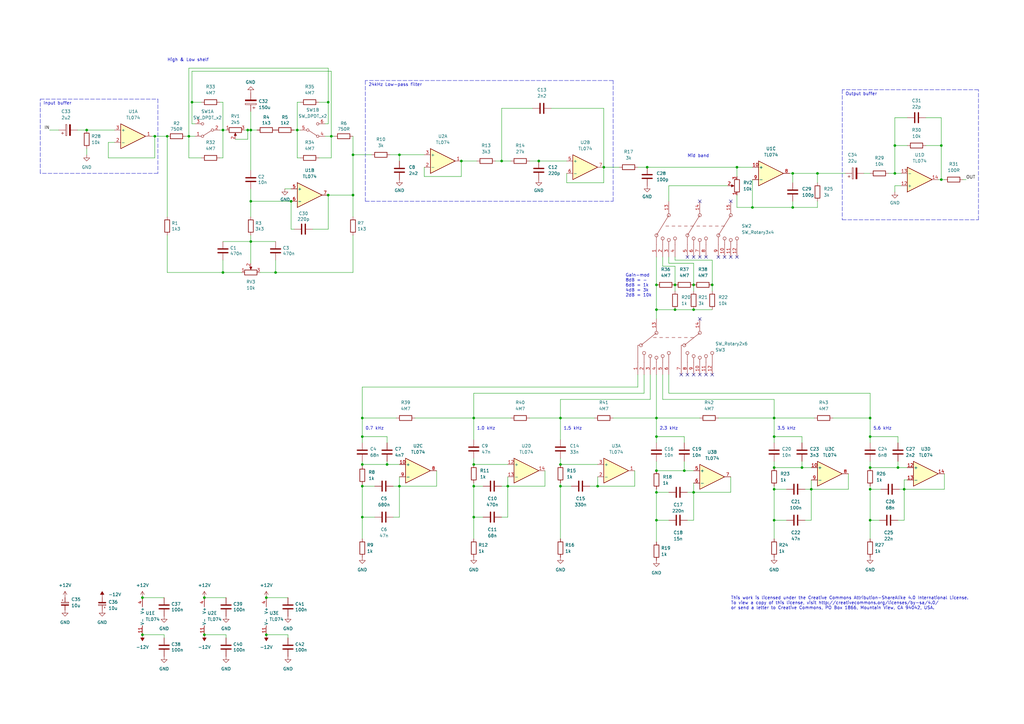
<source format=kicad_sch>
(kicad_sch (version 20211123) (generator eeschema)
  (paper "A3")
  (title_block (title "SIAM 295b") (date "2022-08-14") (rev "05c") (company "Robert-André Vettel") (comment 1 "Siemens Inspired Audio Module") (comment 2 "=^x^="))
  (junction (at 135.89 55.88))
  (junction (at 328.93 191.77))
  (junction (at 292.1 116.84))
  (junction (at 134.62 80.01))
  (junction (at 102.87 99.06))
  (junction (at 317.5 213.36))
  (junction (at 356.87 191.77))
  (junction (at 91.44 111.76))
  (junction (at 367.03 59.69))
  (junction (at 317.5 191.77))
  (junction (at 356.87 179.07))
  (junction (at 245.11 199.39))
  (junction (at 163.83 63.5))
  (junction (at 335.28 71.12))
  (junction (at 77.47 55.88))
  (junction (at 269.24 171.45))
  (junction (at 265.43 68.58))
  (junction (at 83.82 245.11))
  (junction (at 284.48 201.93))
  (junction (at 144.78 80.01))
  (junction (at 101.6 53.34))
  (junction (at 91.44 53.34))
  (junction (at 102.87 82.55))
  (junction (at 229.87 171.45))
  (junction (at 368.3 191.77))
  (junction (at 189.23 66.04))
  (junction (at 148.59 199.39))
  (junction (at 194.31 190.5))
  (junction (at 284.48 127))
  (junction (at 280.67 193.04))
  (junction (at 317.5 179.07))
  (junction (at 194.31 212.09))
  (junction (at 83.82 260.35))
  (junction (at 35.56 53.34))
  (junction (at 229.87 199.39))
  (junction (at 269.24 213.36))
  (junction (at 68.58 55.88))
  (junction (at 194.31 199.39))
  (junction (at 163.83 199.39))
  (junction (at 119.38 82.55))
  (junction (at 58.42 260.35))
  (junction (at 144.78 63.5))
  (junction (at 302.26 68.58))
  (junction (at 317.5 171.45))
  (junction (at 148.59 212.09))
  (junction (at 356.87 200.66))
  (junction (at 102.87 53.34))
  (junction (at 276.86 116.84))
  (junction (at 63.5 55.88))
  (junction (at 269.24 179.07))
  (junction (at 109.22 245.11))
  (junction (at 121.92 53.34))
  (junction (at 229.87 190.5))
  (junction (at 367.03 71.12))
  (junction (at 308.61 85.09))
  (junction (at 134.62 41.91))
  (junction (at 208.28 199.39))
  (junction (at 325.12 71.12))
  (junction (at 113.03 111.76))
  (junction (at 247.65 68.58))
  (junction (at 370.84 200.66))
  (junction (at 325.12 85.09))
  (junction (at 269.24 193.04))
  (junction (at 220.98 66.04))
  (junction (at 356.87 213.36))
  (junction (at 269.24 201.93))
  (junction (at 284.48 116.84))
  (junction (at 78.74 41.91))
  (junction (at 269.24 116.84))
  (junction (at 386.08 73.66))
  (junction (at 109.22 260.35))
  (junction (at 386.08 59.69))
  (junction (at 194.31 171.45))
  (junction (at 158.75 190.5))
  (junction (at 148.59 179.07))
  (junction (at 317.5 200.66))
  (junction (at 269.24 127))
  (junction (at 58.42 245.11))
  (junction (at 356.87 171.45))
  (junction (at 205.74 66.04))
  (junction (at 148.59 190.5))
  (junction (at 276.86 127))
  (junction (at 148.59 171.45))
  (junction (at 332.74 200.66))
  (no_connect (at 279.4 153.67))
  (no_connect (at 281.94 153.67))
  (no_connect (at 284.48 153.67))
  (no_connect (at 287.02 130.81))
  (no_connect (at 287.02 153.67))
  (no_connect (at 289.56 153.67))
  (no_connect (at 292.1 153.67))
  (no_connect (at 294.64 105.41))
  (no_connect (at 297.18 105.41))
  (no_connect (at 299.72 105.41))
  (no_connect (at 302.26 105.41))
  (no_connect (at 281.94 105.41))
  (no_connect (at 284.48 105.41))
  (no_connect (at 287.02 105.41))
  (no_connect (at 289.56 105.41))
  (no_connect (at 287.02 82.55))
  (no_connect (at 299.72 82.55))
  (wire (pts (xy 335.28 71.12) (xy 335.28 74.93)))
  (wire (pts (xy 76.2 55.88) (xy 77.47 55.88)))
  (wire (pts (xy 161.29 199.39) (xy 163.83 199.39)))
  (wire (pts (xy 367.03 48.26) (xy 367.03 59.69)))
  (wire (pts (xy 335.28 85.09) (xy 325.12 85.09)))
  (wire (pts (xy 274.32 153.67) (xy 274.32 161.29)))
  (wire (pts (xy 379.73 59.69) (xy 386.08 59.69)))
  (wire (pts (xy 130.81 41.91) (xy 134.62 41.91)))
  (wire (pts (xy 135.89 64.77) (xy 135.89 55.88)))
  (wire (pts (xy 194.31 199.39) (xy 194.31 212.09)))
  (wire (pts (xy 356.87 161.29) (xy 356.87 171.45)))
  (wire (pts (xy 134.62 80.01) (xy 144.78 80.01)))
  (wire (pts (xy 163.83 195.58) (xy 163.83 199.39)))
  (wire (pts (xy 78.74 50.8) (xy 78.74 41.91)))
  (wire (pts (xy 229.87 199.39) (xy 229.87 220.98)))
  (wire (pts (xy 276.86 106.68) (xy 276.86 105.41)))
  (wire (pts (xy 302.26 85.09) (xy 302.26 80.01)))
  (wire (pts (xy 144.78 80.01) (xy 144.78 88.9)))
  (wire (pts (xy 323.85 71.12) (xy 325.12 71.12)))
  (wire (pts (xy 372.11 196.85) (xy 370.84 196.85)))
  (wire (pts (xy 91.44 99.06) (xy 102.87 99.06)))
  (wire (pts (xy 102.87 53.34) (xy 102.87 69.85)))
  (wire (pts (xy 269.24 201.93) (xy 269.24 213.36)))
  (wire (pts (xy 317.5 171.45) (xy 317.5 163.83)))
  (wire (pts (xy 356.87 199.39) (xy 356.87 200.66)))
  (wire (pts (xy 121.92 41.91) (xy 121.92 53.34)))
  (wire (pts (xy 386.08 48.26) (xy 386.08 59.69)))
  (wire (pts (xy 106.68 111.76) (xy 113.03 111.76)))
  (wire (pts (xy 109.22 260.35) (xy 118.11 260.35)))
  (wire (pts (xy 208.28 195.58) (xy 208.28 199.39)))
  (wire (pts (xy 113.03 111.76) (xy 144.78 111.76)))
  (wire (pts (xy 328.93 179.07) (xy 317.5 179.07)))
  (wire (pts (xy 386.08 73.66) (xy 386.08 59.69)))
  (wire (pts (xy 158.75 189.23) (xy 158.75 190.5)))
  (wire (pts (xy 148.59 198.755) (xy 148.59 199.39)))
  (wire (pts (xy 148.59 199.39) (xy 148.59 212.09)))
  (wire (pts (xy 134.62 27.94) (xy 134.62 41.91)))
  (wire (pts (xy 266.7 163.83) (xy 266.7 153.67)))
  (wire (pts (xy 308.61 85.09) (xy 302.26 85.09)))
  (wire (pts (xy 292.1 106.68) (xy 276.86 106.68)))
  (wire (pts (xy 269.24 193.04) (xy 280.67 193.04)))
  (wire (pts (xy 44.45 58.42) (xy 44.45 64.77)))
  (wire (pts (xy 332.74 196.85) (xy 332.74 200.66)))
  (wire (pts (xy 102.87 45.72) (xy 102.87 53.34)))
  (wire (pts (xy 198.12 199.39) (xy 194.31 199.39)))
  (wire (pts (xy 247.65 44.45) (xy 247.65 68.58)))
  (wire (pts (xy 317.5 171.45) (xy 317.5 179.07)))
  (wire (pts (xy 386.08 73.66) (xy 387.35 73.66)))
  (wire (pts (xy 121.92 53.34) (xy 123.19 53.34)))
  (wire (pts (xy 133.35 50.8) (xy 134.62 50.8)))
  (wire (pts (xy 194.31 212.09) (xy 198.12 212.09)))
  (wire (pts (xy 276.86 116.84) (xy 276.86 109.22)))
  (wire (pts (xy 356.87 213.36) (xy 360.68 213.36)))
  (wire (pts (xy 91.44 53.34) (xy 91.44 64.77)))
  (wire (pts (xy 148.59 179.07) (xy 158.75 179.07)))
  (wire (pts (xy 370.84 213.36) (xy 370.84 200.66)))
  (wire (pts (xy 284.48 116.84) (xy 284.48 107.95)))
  (polyline (pts (xy 149.86 33.02) (xy 149.86 82.55)))
  (wire (pts (xy 269.24 171.45) (xy 269.24 179.07)))
  (wire (pts (xy 341.63 171.45) (xy 356.87 171.45)))
  (wire (pts (xy 120.65 93.98) (xy 119.38 93.98)))
  (wire (pts (xy 229.87 163.83) (xy 266.7 163.83)))
  (wire (pts (xy 68.58 55.88) (xy 68.58 88.9)))
  (wire (pts (xy 251.46 171.45) (xy 269.24 171.45)))
  (wire (pts (xy 332.74 200.66) (xy 347.98 200.66)))
  (polyline (pts (xy 16.51 40.64) (xy 64.77 40.64)))
  (wire (pts (xy 78.74 29.21) (xy 135.89 29.21)))
  (wire (pts (xy 58.42 245.11) (xy 67.31 245.11)))
  (wire (pts (xy 372.11 48.26) (xy 367.03 48.26)))
  (wire (pts (xy 205.74 66.04) (xy 209.55 66.04)))
  (polyline (pts (xy 64.77 71.12) (xy 16.51 71.12)))
  (wire (pts (xy 280.67 181.61) (xy 280.67 179.07)))
  (wire (pts (xy 101.6 53.34) (xy 101.6 57.15)))
  (wire (pts (xy 269.24 213.36) (xy 269.24 222.25)))
  (wire (pts (xy 91.44 53.34) (xy 92.71 53.34)))
  (wire (pts (xy 347.98 200.66) (xy 347.98 194.31)))
  (wire (pts (xy 245.11 199.39) (xy 260.35 199.39)))
  (wire (pts (xy 367.03 76.2) (xy 369.57 76.2)))
  (wire (pts (xy 144.78 63.5) (xy 152.4 63.5)))
  (wire (pts (xy 317.5 200.66) (xy 317.5 213.36)))
  (wire (pts (xy 332.74 200.66) (xy 332.74 213.36)))
  (wire (pts (xy 148.59 189.23) (xy 148.59 190.5)))
  (wire (pts (xy 229.87 199.39) (xy 234.315 199.39)))
  (wire (pts (xy 317.5 179.07) (xy 317.5 181.61)))
  (wire (pts (xy 317.5 163.83) (xy 271.78 163.83)))
  (wire (pts (xy 328.93 191.77) (xy 332.74 191.77)))
  (wire (pts (xy 274.32 76.2) (xy 298.45 76.2)))
  (wire (pts (xy 269.24 127) (xy 269.24 130.81)))
  (wire (pts (xy 330.2 200.66) (xy 332.74 200.66)))
  (wire (pts (xy 264.16 161.29) (xy 264.16 153.67)))
  (wire (pts (xy 226.06 44.45) (xy 247.65 44.45)))
  (wire (pts (xy 144.78 80.01) (xy 144.78 63.5)))
  (wire (pts (xy 189.23 66.04) (xy 195.58 66.04)))
  (wire (pts (xy 269.24 201.93) (xy 274.32 201.93)))
  (wire (pts (xy 328.93 181.61) (xy 328.93 179.07)))
  (wire (pts (xy 102.87 96.52) (xy 102.87 99.06)))
  (wire (pts (xy 223.52 199.39) (xy 223.52 193.04)))
  (wire (pts (xy 308.61 73.66) (xy 308.61 85.09)))
  (wire (pts (xy 284.48 127) (xy 292.1 127)))
  (wire (pts (xy 280.67 189.23) (xy 280.67 193.04)))
  (wire (pts (xy 116.84 77.47) (xy 119.38 77.47)))
  (wire (pts (xy 123.19 64.77) (xy 121.92 64.77)))
  (wire (pts (xy 245.11 195.58) (xy 245.11 199.39)))
  (wire (pts (xy 205.74 212.09) (xy 208.28 212.09)))
  (wire (pts (xy 158.75 190.5) (xy 163.83 190.5)))
  (wire (pts (xy 368.3 189.23) (xy 368.3 191.77)))
  (wire (pts (xy 148.59 181.61) (xy 148.59 179.07)))
  (wire (pts (xy 281.94 213.36) (xy 284.48 213.36)))
  (wire (pts (xy 194.31 171.45) (xy 194.31 161.29)))
  (wire (pts (xy 194.31 199.39) (xy 194.31 198.12)))
  (wire (pts (xy 102.87 77.47) (xy 102.87 82.55)))
  (wire (pts (xy 229.87 171.45) (xy 229.87 180.34)))
  (wire (pts (xy 243.84 171.45) (xy 229.87 171.45)))
  (wire (pts (xy 133.35 55.88) (xy 135.89 55.88)))
  (wire (pts (xy 281.94 201.93) (xy 284.48 201.93)))
  (wire (pts (xy 78.74 41.91) (xy 78.74 29.21)))
  (wire (pts (xy 148.59 212.09) (xy 153.67 212.09)))
  (wire (pts (xy 102.87 82.55) (xy 119.38 82.55)))
  (wire (pts (xy 203.2 66.04) (xy 205.74 66.04)))
  (wire (pts (xy 317.5 213.36) (xy 317.5 220.98)))
  (wire (pts (xy 179.07 199.39) (xy 179.07 193.04)))
  (wire (pts (xy 90.17 53.34) (xy 91.44 53.34)))
  (wire (pts (xy 100.33 53.34) (xy 101.6 53.34)))
  (wire (pts (xy 260.35 193.04) (xy 260.35 199.39)))
  (wire (pts (xy 284.48 107.95) (xy 274.32 107.95)))
  (wire (pts (xy 335.28 71.12) (xy 346.71 71.12)))
  (wire (pts (xy 173.99 72.39) (xy 189.23 72.39)))
  (wire (pts (xy 109.22 245.11) (xy 118.11 245.11)))
  (wire (pts (xy 356.87 200.66) (xy 356.87 213.36)))
  (wire (pts (xy 269.24 200.66) (xy 269.24 201.93)))
  (wire (pts (xy 208.28 199.39) (xy 223.52 199.39)))
  (wire (pts (xy 367.03 71.12) (xy 367.03 59.69)))
  (wire (pts (xy 284.48 198.12) (xy 284.48 201.93)))
  (wire (pts (xy 163.83 212.09) (xy 163.83 199.39)))
  (wire (pts (xy 229.87 163.83) (xy 229.87 171.45)))
  (wire (pts (xy 194.31 190.5) (xy 208.28 190.5)))
  (wire (pts (xy 317.5 213.36) (xy 322.58 213.36)))
  (polyline (pts (xy 251.46 33.02) (xy 149.86 33.02)))
  (wire (pts (xy 368.3 191.77) (xy 372.11 191.77)))
  (wire (pts (xy 119.38 82.55) (xy 119.38 93.98)))
  (wire (pts (xy 299.72 195.58) (xy 299.72 201.93)))
  (wire (pts (xy 92.71 261.62) (xy 92.71 260.35)))
  (wire (pts (xy 148.59 171.45) (xy 148.59 179.07)))
  (wire (pts (xy 229.87 190.5) (xy 245.11 190.5)))
  (wire (pts (xy 292.1 106.68) (xy 292.1 116.84)))
  (wire (pts (xy 271.78 163.83) (xy 271.78 153.67)))
  (wire (pts (xy 134.62 93.98) (xy 128.27 93.98)))
  (wire (pts (xy 163.83 63.5) (xy 160.02 63.5)))
  (wire (pts (xy 96.52 57.15) (xy 101.6 57.15)))
  (wire (pts (xy 265.43 68.58) (xy 302.26 68.58)))
  (wire (pts (xy 276.86 127) (xy 269.24 127)))
  (wire (pts (xy 368.935 200.66) (xy 370.84 200.66)))
  (wire (pts (xy 205.74 66.04) (xy 205.74 44.45)))
  (wire (pts (xy 335.28 82.55) (xy 335.28 85.09)))
  (wire (pts (xy 274.32 82.55) (xy 274.32 76.2)))
  (wire (pts (xy 325.12 71.12) (xy 325.12 74.93)))
  (wire (pts (xy 364.49 71.12) (xy 367.03 71.12)))
  (wire (pts (xy 261.62 158.75) (xy 148.59 158.75)))
  (wire (pts (xy 31.75 53.34) (xy 35.56 53.34)))
  (wire (pts (xy 367.03 76.2) (xy 367.03 78.74)))
  (wire (pts (xy 173.99 68.58) (xy 173.99 72.39)))
  (wire (pts (xy 68.58 96.52) (xy 68.58 111.76)))
  (wire (pts (xy 77.47 27.94) (xy 77.47 55.88)))
  (wire (pts (xy 102.87 82.55) (xy 102.87 88.9)))
  (wire (pts (xy 113.03 106.68) (xy 113.03 111.76)))
  (wire (pts (xy 20.32 53.34) (xy 24.13 53.34)))
  (wire (pts (xy 67.31 261.62) (xy 67.31 260.35)))
  (wire (pts (xy 269.24 116.84) (xy 269.24 127)))
  (wire (pts (xy 205.74 199.39) (xy 208.28 199.39)))
  (wire (pts (xy 148.59 158.75) (xy 148.59 171.45)))
  (wire (pts (xy 284.48 201.93) (xy 299.72 201.93)))
  (wire (pts (xy 302.26 68.58) (xy 302.26 72.39)))
  (polyline (pts (xy 345.44 90.17) (xy 401.32 90.17)))
  (wire (pts (xy 276.86 127) (xy 284.48 127)))
  (wire (pts (xy 356.87 200.66) (xy 361.315 200.66)))
  (wire (pts (xy 161.29 212.09) (xy 163.83 212.09)))
  (wire (pts (xy 44.45 64.77) (xy 63.5 64.77)))
  (wire (pts (xy 194.31 212.09) (xy 194.31 220.98)))
  (wire (pts (xy 384.81 73.66) (xy 386.08 73.66)))
  (wire (pts (xy 356.87 191.77) (xy 368.3 191.77)))
  (wire (pts (xy 269.24 105.41) (xy 269.24 116.84)))
  (wire (pts (xy 208.28 212.09) (xy 208.28 199.39)))
  (wire (pts (xy 229.87 198.12) (xy 229.87 199.39)))
  (wire (pts (xy 58.42 260.35) (xy 67.31 260.35)))
  (wire (pts (xy 317.5 191.77) (xy 328.93 191.77)))
  (wire (pts (xy 35.56 53.34) (xy 46.99 53.34)))
  (wire (pts (xy 83.82 245.11) (xy 92.71 245.11)))
  (wire (pts (xy 269.24 213.36) (xy 274.32 213.36)))
  (wire (pts (xy 68.58 111.76) (xy 91.44 111.76)))
  (wire (pts (xy 229.87 187.96) (xy 229.87 190.5)))
  (wire (pts (xy 356.87 179.07) (xy 356.87 181.61)))
  (wire (pts (xy 148.59 199.39) (xy 153.67 199.39)))
  (wire (pts (xy 294.64 171.45) (xy 317.5 171.45)))
  (wire (pts (xy 261.62 68.58) (xy 265.43 68.58)))
  (wire (pts (xy 163.83 66.04) (xy 163.83 63.5)))
  (wire (pts (xy 325.12 71.12) (xy 335.28 71.12)))
  (wire (pts (xy 163.83 63.5) (xy 173.99 63.5)))
  (wire (pts (xy 232.41 74.93) (xy 247.65 74.93)))
  (wire (pts (xy 328.93 189.23) (xy 328.93 191.77)))
  (wire (pts (xy 91.44 41.91) (xy 90.17 41.91)))
  (wire (pts (xy 317.5 200.66) (xy 322.58 200.66)))
  (wire (pts (xy 271.78 109.22) (xy 271.78 105.41)))
  (wire (pts (xy 102.87 99.06) (xy 102.87 107.95)))
  (wire (pts (xy 130.81 64.77) (xy 135.89 64.77)))
  (wire (pts (xy 78.74 41.91) (xy 82.55 41.91)))
  (wire (pts (xy 83.82 260.35) (xy 92.71 260.35)))
  (wire (pts (xy 77.47 55.88) (xy 80.01 55.88)))
  (wire (pts (xy 356.87 179.07) (xy 368.3 179.07)))
  (wire (pts (xy 308.61 85.09) (xy 325.12 85.09)))
  (polyline (pts (xy 16.51 71.12) (xy 16.51 40.64)))
  (wire (pts (xy 368.3 213.36) (xy 370.84 213.36)))
  (wire (pts (xy 121.92 64.77) (xy 121.92 53.34)))
  (wire (pts (xy 194.31 180.34) (xy 194.31 171.45)))
  (polyline (pts (xy 251.46 82.55) (xy 251.46 33.02)))
  (polyline (pts (xy 345.44 36.83) (xy 345.44 90.17)))
  (wire (pts (xy 356.87 189.23) (xy 356.87 191.77)))
  (wire (pts (xy 276.86 109.22) (xy 271.78 109.22)))
  (wire (pts (xy 63.5 55.88) (xy 68.58 55.88)))
  (wire (pts (xy 356.87 213.36) (xy 356.87 220.98)))
  (wire (pts (xy 379.73 48.26) (xy 386.08 48.26)))
  (wire (pts (xy 284.48 213.36) (xy 284.48 201.93)))
  (wire (pts (xy 63.5 55.88) (xy 63.5 64.77)))
  (wire (pts (xy 35.56 60.96) (xy 35.56 63.5)))
  (wire (pts (xy 123.19 41.91) (xy 121.92 41.91)))
  (wire (pts (xy 137.16 55.88) (xy 135.89 55.88)))
  (wire (pts (xy 261.62 153.67) (xy 261.62 158.75)))
  (wire (pts (xy 217.17 171.45) (xy 229.87 171.45)))
  (wire (pts (xy 144.78 63.5) (xy 144.78 55.88)))
  (wire (pts (xy 325.12 82.55) (xy 325.12 85.09)))
  (wire (pts (xy 118.11 260.35) (xy 118.11 261.62)))
  (wire (pts (xy 302.26 68.58) (xy 308.61 68.58)))
  (wire (pts (xy 368.3 181.61) (xy 368.3 179.07)))
  (wire (pts (xy 284.48 116.84) (xy 284.48 119.38)))
  (wire (pts (xy 91.44 106.68) (xy 91.44 111.76)))
  (wire (pts (xy 317.5 189.23) (xy 317.5 191.77)))
  (wire (pts (xy 269.24 179.07) (xy 280.67 179.07)))
  (wire (pts (xy 134.62 80.01) (xy 134.62 93.98)))
  (wire (pts (xy 387.35 194.31) (xy 387.35 200.66)))
  (wire (pts (xy 194.31 187.96) (xy 194.31 190.5)))
  (wire (pts (xy 44.45 58.42) (xy 46.99 58.42)))
  (wire (pts (xy 148.59 190.5) (xy 148.59 191.135)))
  (wire (pts (xy 134.62 41.91) (xy 134.62 50.8)))
  (wire (pts (xy 292.1 116.84) (xy 292.1 119.38)))
  (wire (pts (xy 317.5 199.39) (xy 317.5 200.66)))
  (wire (pts (xy 269.24 189.23) (xy 269.24 193.04)))
  (wire (pts (xy 194.31 171.45) (xy 209.55 171.45)))
  (wire (pts (xy 101.6 53.34) (xy 102.87 53.34)))
  (wire (pts (xy 241.935 199.39) (xy 245.11 199.39)))
  (wire (pts (xy 170.18 171.45) (xy 194.31 171.45)))
  (wire (pts (xy 269.24 179.07) (xy 269.24 181.61)))
  (wire (pts (xy 394.97 73.66) (xy 396.24 73.66)))
  (wire (pts (xy 332.74 213.36) (xy 330.2 213.36)))
  (wire (pts (xy 367.03 71.12) (xy 369.57 71.12)))
  (wire (pts (xy 102.87 99.06) (xy 113.03 99.06)))
  (wire (pts (xy 220.98 66.04) (xy 232.41 66.04)))
  (wire (pts (xy 80.01 50.8) (xy 78.74 50.8)))
  (wire (pts (xy 91.44 53.34) (xy 91.44 41.91)))
  (wire (pts (xy 135.89 29.21) (xy 135.89 55.88)))
  (wire (pts (xy 269.24 153.67) (xy 269.24 171.45)))
  (wire (pts (xy 232.41 71.12) (xy 232.41 74.93)))
  (wire (pts (xy 82.55 64.77) (xy 77.47 64.77)))
  (wire (pts (xy 144.78 96.52) (xy 144.78 111.76)))
  (wire (pts (xy 269.24 171.45) (xy 287.02 171.45)))
  (polyline (pts (xy 401.32 90.17) (xy 401.32 36.83)))
  (wire (pts (xy 102.87 53.34) (xy 105.41 53.34)))
  (wire (pts (xy 217.17 66.04) (xy 220.98 66.04)))
  (wire (pts (xy 77.47 64.77) (xy 77.47 55.88)))
  (polyline (pts (xy 401.32 36.83) (xy 345.44 36.83)))
  (wire (pts (xy 205.74 44.45) (xy 218.44 44.45)))
  (wire (pts (xy 148.59 212.09) (xy 148.59 220.98)))
  (wire (pts (xy 91.44 64.77) (xy 90.17 64.77)))
  (wire (pts (xy 62.23 55.88) (xy 63.5 55.88)))
  (wire (pts (xy 148.59 190.5) (xy 158.75 190.5)))
  (wire (pts (xy 356.87 171.45) (xy 356.87 179.07)))
  (wire (pts (xy 163.83 199.39) (xy 179.07 199.39)))
  (wire (pts (xy 370.84 200.66) (xy 387.35 200.66)))
  (wire (pts (xy 77.47 27.94) (xy 134.62 27.94)))
  (wire (pts (xy 370.84 196.85) (xy 370.84 200.66)))
  (polyline (pts (xy 149.86 82.55) (xy 251.46 82.55)))
  (wire (pts (xy 194.31 161.29) (xy 264.16 161.29)))
  (wire (pts (xy 189.23 72.39) (xy 189.23 66.04)))
  (wire (pts (xy 274.32 107.95) (xy 274.32 105.41)))
  (wire (pts (xy 276.86 116.84) (xy 276.86 119.38)))
  (polyline (pts (xy 64.77 40.64) (xy 64.77 71.12)))
  (wire (pts (xy 280.67 193.04) (xy 284.48 193.04)))
  (wire (pts (xy 148.59 171.45) (xy 162.56 171.45)))
  (wire (pts (xy 317.5 171.45) (xy 334.01 171.45)))
  (wire (pts (xy 91.44 111.76) (xy 99.06 111.76)))
  (wire (pts (xy 120.65 53.34) (xy 121.92 53.34)))
  (wire (pts (xy 247.65 68.58) (xy 254 68.58)))
  (wire (pts (xy 354.33 71.12) (xy 356.87 71.12)))
  (wire (pts (xy 367.03 59.69) (xy 372.11 59.69)))
  (wire (pts (xy 158.75 179.07) (xy 158.75 181.61)))
  (wire (pts (xy 274.32 161.29) (xy 356.87 161.29)))
  (wire (pts (xy 247.65 74.93) (xy 247.65 68.58)))
  (text "5.6 kHz" (at 358.14 176.53 0) (effects (font (size 1.27 1.27)) (justify left bottom)))
  (text "1.0 kHz" (at 195.58 176.53 0) (effects (font (size 1.27 1.27)) (justify left bottom)))
  (text "High & Low shelf" (at 68.58 25.4 0) (effects (font (size 1.27 1.27)) (justify left bottom)))
  (text "0.7 kHz" (at 149.86 176.53 0) (effects (font (size 1.27 1.27)) (justify left bottom)))
  (text "Gain-mod\n8dB = -\n6dB = 1k\n4dB = 3k\n2dB = 10k" (at 256.54 121.92 0) (effects (font (size 1.27 1.27)) (justify left bottom)))
  (text "1.5 kHz" (at 231.14 176.53 0) (effects (font (size 1.27 1.27)) (justify left bottom)))
  (text "Output buffer" (at 346.71 39.37 0) (effects (font (size 1.27 1.27)) (justify left bottom)))
  (text "2.3 kHz" (at 270.51 176.53 0) (effects (font (size 1.27 1.27)) (justify left bottom)))
  (text "Input buffer" (at 17.78 43.18 0) (effects (font (size 1.27 1.27)) (justify left bottom)))
  (text "3.5 kHz" (at 318.77 176.53 0) (effects (font (size 1.27 1.27)) (justify left bottom)))
  (text "24kHz Low-pass filter" (at 151.13 35.56 0) (effects (font (size 1.27 1.27)) (justify left bottom)))
  (text "Mid band" (at 281.94 64.77 0) (effects (font (size 1.27 1.27)) (justify left bottom)))
  (text "This work is licensed under the Creative Commons Attribution-ShareAlike 4.0 International License.\nTo view a copy of this license, visit http://creativecommons.org/licenses/by-sa/4.0/\nor send a letter to Creative Commons, PO Box 1866, Mountain View, CA 94042, USA." (at 299.72 250.19 0) (effects (font (size 1.27 1.27)) (justify left bottom)))
  (label "OUT" (at 396.24 73.66 0))
  (label "IN" (at 20.32 53.34 180))
  (symbol (lib_id "Device:C") (at 124.46 93.98 90) (unit 1)
    (property "Reference" "C30" (at 124.46 87.5792 90))
    (property "Value" "220p" (at 124.46 89.8906 90))
    (property "Footprint" "Capacitor_THT:C_Disc_D5.0mm_W2.5mm_P5.00mm" (effects hide))
  )
  (symbol (lib_id "Device:R") (at 72.39 55.88 90) (unit 1)
    (property "Reference" "R2" (at 72.39 50.6222 90))
    (property "Value" "750R" (at 72.39 52.9336 90))
    (property "Footprint" "Resistor_THT:R_Axial_DIN0207_L6.3mm_D2.5mm_P10.16mm_Horizontal" (effects hide))
  )
  (symbol (lib_id "Device:R") (at 68.58 92.71 0) (unit 1)
    (property "Reference" "R1" (at 70.358 91.5416 0) (effects (justify left)))
    (property "Value" "1k3" (at 70.358 93.853 0) (effects (justify left)))
    (property "Footprint" "Resistor_THT:R_Axial_DIN0207_L6.3mm_D2.5mm_P10.16mm_Horizontal" (effects hide))
  )
  (symbol (lib_id "Device:R") (at 102.87 92.71 0) (unit 1)
    (property "Reference" "R3" (at 104.648 91.5416 0) (effects (justify left)))
    (property "Value" "3k3" (at 104.648 93.853 0) (effects (justify left)))
    (property "Footprint" "Resistor_THT:R_Axial_DIN0207_L6.3mm_D2.5mm_P10.16mm_Horizontal" (effects hide))
  )
  (symbol (lib_id "Device:R") (at 144.78 92.71 0) (unit 1)
    (property "Reference" "R7" (at 146.558 91.5416 0) (effects (justify left)))
    (property "Value" "1k3" (at 146.558 93.853 0) (effects (justify left)))
    (property "Footprint" "Resistor_THT:R_Axial_DIN0207_L6.3mm_D2.5mm_P10.16mm_Horizontal" (effects hide))
  )
  (symbol (lib_id "Device:R") (at 140.97 55.88 90) (unit 1)
    (property "Reference" "R6" (at 140.97 50.6222 90))
    (property "Value" "750R" (at 140.97 52.9336 90))
    (property "Footprint" "Resistor_THT:R_Axial_DIN0207_L6.3mm_D2.5mm_P10.16mm_Horizontal" (effects hide))
  )
  (symbol (lib_id "Device:C") (at 102.87 73.66 0) (unit 1)
    (property "Reference" "C2" (at 105.791 72.4916 0) (effects (justify left)))
    (property "Value" "10n" (at 105.791 74.803 0) (effects (justify left)))
  )
  (symbol (lib_id "power:GND") (at 116.84 77.47 0) (unit 1)
    (property "Reference" "#PWR03" (effects hide))
    (property "Value" "GND" (at 116.967 81.8642 0))
  )
  (symbol (lib_id "power:GND") (at 102.87 38.1 180) (unit 1)
    (property "Reference" "#PWR01" (effects hide))
    (property "Value" "GND" (at 102.743 33.7058 0))
  )
  (symbol (lib_id "Device:C") (at 91.44 102.87 0) (unit 1)
    (property "Reference" "C1" (at 94.361 101.7016 0) (effects (justify left)))
    (property "Value" "470n" (at 94.361 104.013 0) (effects (justify left)))
  )
  (symbol (lib_id "Device:C") (at 113.03 102.87 0) (unit 1)
    (property "Reference" "C3" (at 115.951 101.7016 0) (effects (justify left)))
    (property "Value" "470n" (at 115.951 104.013 0) (effects (justify left)))
  )
  (symbol (lib_id "Device:C") (at 365.125 200.66 90) (unit 1)
    (property "Reference" "C26" (at 365.125 205.74 90))
    (property "Value" "68n" (at 365.125 208.28 90))
  )
  (symbol (lib_id "Device:R") (at 86.36 41.91 90) (unit 1)
    (property "Reference" "R33" (at 86.36 35.56 90))
    (property "Value" "4M7" (at 86.36 38.1 90))
    (property "Footprint" "Resistor_THT:R_Axial_DIN0207_L6.3mm_D2.5mm_P2.54mm_Vertical" (effects hide))
  )
  (symbol (lib_id "Device:R") (at 109.22 53.34 90) (unit 1)
    (property "Reference" "R4" (at 109.22 48.0822 90))
    (property "Value" "1k3" (at 109.22 50.3936 90))
    (property "Footprint" "Resistor_THT:R_Axial_DIN0207_L6.3mm_D2.5mm_P10.16mm_Horizontal" (effects hide))
  )
  (symbol (lib_id "power:GND") (at 118.11 269.24 0) (unit 1)
    (property "Reference" "#PWR022" (effects hide))
    (property "Value" "GND" (at 118.11 274.32 0))
  )
  (symbol (lib_id "power:GND") (at 317.5 228.6 0) (unit 1)
    (property "Reference" "#PWR029" (effects hide))
    (property "Value" "GND" (at 317.5 233.68 0))
  )
  (symbol (lib_id "Device:C") (at 278.13 213.36 90) (unit 1)
    (property "Reference" "C18" (at 278.13 218.44 90))
    (property "Value" "15n" (at 278.13 220.98 90))
  )
  (symbol (lib_id "Device:R") (at 284.48 123.19 0) (unit 1)
    (property "Reference" "R21" (at 286.385 121.9199 0) (effects (justify left)))
    (property "Value" "3k" (at 286.385 124.4599 0) (effects (justify left)))
    (property "Footprint" "Resistor_THT:R_Axial_DIN0207_L6.3mm_D2.5mm_P10.16mm_Horizontal" (effects hide))
  )
  (symbol (lib_id "Device:C") (at 265.43 72.39 0) (unit 1)
    (property "Reference" "C28" (at 269.24 71.1199 0) (effects (justify left)))
    (property "Value" "100p" (at 269.24 73.6599 0) (effects (justify left)))
    (property "Footprint" "Capacitor_THT:C_Disc_D5.0mm_W2.5mm_P5.00mm" (effects hide))
  )
  (symbol (lib_id "Device:C_Polarized_Small") (at 41.91 247.65 180) (unit 1)
    (property "Reference" "C36" (at 44.45 246.926 0) (effects (justify right)))
    (property "Value" "10u" (at 44.45 249.466 0) (effects (justify right)))
    (property "Footprint" "Capacitor_THT:CP_Radial_D10.0mm_P5.00mm" (effects hide))
  )
  (symbol (lib_id "Amplifier_Operational:TL074") (at 340.36 194.31 0) (unit 3)
    (property "Reference" "U3" (at 340.36 184.15 0))
    (property "Value" "TL074" (at 340.36 186.69 0))
    (property "Footprint" "Package_DIP:DIP-14_W10.16mm" (effects hide))
    (property "Datasheet" "http://www.ti.com/lit/ds/symlink/tl071.pdf" (effects hide))
  )
  (symbol (lib_id "power:GND") (at 41.91 250.19 0) (unit 1)
    (property "Reference" "#PWR014" (effects hide))
    (property "Value" "GND" (at 41.91 255.27 0))
  )
  (symbol (lib_id "Device:C") (at 356.87 185.42 0) (unit 1)
    (property "Reference" "C24" (at 360.045 184.1499 0) (effects (justify left)))
    (property "Value" "6n8" (at 360.045 186.6899 0) (effects (justify left)))
  )
  (symbol (lib_id "Amplifier_Operational:TL074") (at 111.76 252.73 0) (unit 5)
    (property "Reference" "U3" (at 110.49 251.4599 0) (effects (justify left)))
    (property "Value" "TL074" (at 110.49 253.9999 0) (effects (justify left)))
    (property "Footprint" "Package_DIP:DIP-14_W10.16mm" (effects hide))
    (property "Datasheet" "http://www.ti.com/lit/ds/symlink/tl071.pdf" (effects hide))
  )
  (symbol (lib_id "Amplifier_Operational:TL074") (at 86.36 252.73 0) (unit 5)
    (property "Reference" "U2" (at 85.09 251.4599 0) (effects (justify left)))
    (property "Value" "TL074" (at 85.09 253.9999 0) (effects (justify left)))
    (property "Footprint" "Package_DIP:DIP-14_W10.16mm" (effects hide))
    (property "Datasheet" "http://www.ti.com/lit/ds/symlink/tl071.pdf" (effects hide))
  )
  (symbol (lib_id "Device:C") (at 163.83 69.85 0) (unit 1)
    (property "Reference" "C8" (at 167.64 68.5799 0) (effects (justify left)))
    (property "Value" "2n2" (at 167.64 71.1199 0) (effects (justify left)))
  )
  (symbol (lib_id "power:GND") (at 194.31 228.6 0) (unit 1)
    (property "Reference" "#PWR025" (effects hide))
    (property "Value" "GND" (at 194.31 233.68 0))
  )
  (symbol (lib_id "Device:R") (at 257.81 68.58 270) (unit 1)
    (property "Reference" "R17" (at 257.81 62.23 90))
    (property "Value" "3k" (at 257.81 64.77 90))
    (property "Footprint" "Resistor_THT:R_Axial_DIN0207_L6.3mm_D2.5mm_P10.16mm_Horizontal" (effects hide))
  )
  (symbol (lib_id "power:-12V") (at 58.42 260.35 180) (unit 1)
    (property "Reference" "#PWR010" (effects hide))
    (property "Value" "-12V" (at 58.42 265.43 0))
  )
  (symbol (lib_id "power:GND") (at 92.71 252.73 0) (unit 1)
    (property "Reference" "#PWR017" (effects hide))
    (property "Value" "GND" (at 92.71 257.81 0))
  )
  (symbol (lib_id "Device:R") (at 273.05 116.84 90) (unit 1)
    (property "Reference" "R36" (at 273.05 110.49 90))
    (property "Value" "4M7" (at 273.05 113.03 90))
    (property "Footprint" "Resistor_THT:R_Axial_DIN0207_L6.3mm_D2.5mm_P2.54mm_Vertical" (effects hide))
  )
  (symbol (lib_id "Device:C_Polarized_Small") (at 26.67 247.65 0) (unit 1)
    (property "Reference" "C35" (at 29.21 245.8338 0) (effects (justify left)))
    (property "Value" "10u" (at 29.21 248.3738 0) (effects (justify left)))
    (property "Footprint" "Capacitor_THT:CP_Radial_D10.0mm_P5.00mm" (effects hide))
  )
  (symbol (lib_id "Device:R") (at 127 41.91 90) (unit 1)
    (property "Reference" "R35" (at 127 35.56 90))
    (property "Value" "4M7" (at 127 38.1 90))
    (property "Footprint" "Resistor_THT:R_Axial_DIN0207_L6.3mm_D2.5mm_P2.54mm_Vertical" (effects hide))
  )
  (symbol (lib_id "power:GND") (at 367.03 78.74 0) (unit 1)
    (property "Reference" "#PWR05" (effects hide))
    (property "Value" "GND" (at 367.03 83.185 0))
  )
  (symbol (lib_id "Device:R") (at 288.29 116.84 90) (unit 1)
    (property "Reference" "R38" (at 288.29 110.49 90))
    (property "Value" "4M7" (at 288.29 113.03 90))
    (property "Footprint" "Resistor_THT:R_Axial_DIN0207_L6.3mm_D2.5mm_P2.54mm_Vertical" (effects hide))
  )
  (symbol (lib_id "Amplifier_Operational:TL074") (at 171.45 193.04 0) (unit 3)
    (property "Reference" "U2" (at 171.45 182.88 0))
    (property "Value" "TL074" (at 171.45 185.42 0))
    (property "Footprint" "Package_DIP:DIP-14_W10.16mm" (effects hide))
    (property "Datasheet" "http://www.ti.com/lit/ds/symlink/tl071.pdf" (effects hide))
  )
  (symbol (lib_id "Device:R") (at 276.86 123.19 0) (unit 1)
    (property "Reference" "R20" (at 279.4 121.9199 0) (effects (justify left)))
    (property "Value" "1k" (at 279.4 124.4599 0) (effects (justify left)))
    (property "Footprint" "Resistor_THT:R_Axial_DIN0207_L6.3mm_D2.5mm_P10.16mm_Horizontal" (effects hide))
  )
  (symbol (lib_id "Device:R") (at 86.36 64.77 90) (unit 1)
    (property "Reference" "R32" (at 86.36 58.42 90))
    (property "Value" "4M7" (at 86.36 60.96 90))
    (property "Footprint" "Resistor_THT:R_Axial_DIN0207_L6.3mm_D2.5mm_P2.54mm_Vertical" (effects hide))
  )
  (symbol (lib_id "Device:C") (at 157.48 212.09 90) (unit 1)
    (property "Reference" "C6" (at 157.48 217.17 90))
    (property "Value" "47n" (at 157.48 219.71 90))
  )
  (symbol (lib_id "power:GND") (at 220.98 73.66 0) (unit 1)
    (property "Reference" "#PWR026" (effects hide))
    (property "Value" "GND" (at 220.98 78.105 0))
  )
  (symbol (lib_id "Device:R") (at 213.36 66.04 270) (unit 1)
    (property "Reference" "R14" (at 213.36 59.69 90))
    (property "Value" "27k" (at 213.36 62.23 90))
    (property "Footprint" "Resistor_THT:R_Axial_DIN0207_L6.3mm_D2.5mm_P10.16mm_Horizontal" (effects hide))
  )
  (symbol (lib_id "power:-12V") (at 109.22 260.35 180) (unit 1)
    (property "Reference" "#PWR020" (effects hide))
    (property "Value" "-12V" (at 109.22 265.43 0))
  )
  (symbol (lib_id "Device:R") (at 148.59 224.79 0) (unit 1)
    (property "Reference" "R9" (at 150.495 223.5199 0) (effects (justify left)))
    (property "Value" "1k" (at 150.495 226.0599 0) (effects (justify left)))
    (property "Footprint" "Resistor_THT:R_Axial_DIN0207_L6.3mm_D2.5mm_P10.16mm_Horizontal" (effects hide))
  )
  (symbol (lib_id "power:GND") (at 67.31 252.73 0) (unit 1)
    (property "Reference" "#PWR011" (effects hide))
    (property "Value" "GND" (at 67.31 257.81 0))
  )
  (symbol (lib_id "Device:R") (at 317.5 195.58 0) (unit 1)
    (property "Reference" "R23" (at 320.04 194.3099 0) (effects (justify left)))
    (property "Value" "1k" (at 320.04 196.8499 0) (effects (justify left)))
    (property "Footprint" "Resistor_THT:R_Axial_DIN0207_L6.3mm_D2.5mm_P10.16mm_Horizontal" (effects hide))
  )
  (symbol (lib_id "power:GND") (at 26.67 250.19 0) (unit 1)
    (property "Reference" "#PWR08" (effects hide))
    (property "Value" "GND" (at 26.67 255.27 0))
  )
  (symbol (lib_id "Device:C") (at 326.39 213.36 90) (unit 1)
    (property "Reference" "C22" (at 326.39 218.44 90))
    (property "Value" "47n" (at 326.39 220.98 90))
  )
  (symbol (lib_id "Device:R") (at 247.65 171.45 90) (unit 1)
    (property "Reference" "R41" (at 247.65 165.1 90))
    (property "Value" "4M7" (at 247.65 167.64 90))
    (property "Footprint" "Resistor_THT:R_Axial_DIN0207_L6.3mm_D2.5mm_P2.54mm_Vertical" (effects hide))
  )
  (symbol (lib_id "Device:C") (at 278.13 201.93 90) (unit 1)
    (property "Reference" "C17" (at 278.13 207.01 90))
    (property "Value" "220n" (at 278.13 209.55 90))
  )
  (symbol (lib_id "Device:C") (at 222.25 44.45 90) (unit 1)
    (property "Reference" "C13" (at 222.25 36.83 90))
    (property "Value" "2n2" (at 222.25 39.37 90))
  )
  (symbol (lib_id "Device:R") (at 156.21 63.5 270) (unit 1)
    (property "Reference" "R10" (at 156.21 57.15 90))
    (property "Value" "3k" (at 156.21 59.69 90))
    (property "Footprint" "Resistor_THT:R_Axial_DIN0207_L6.3mm_D2.5mm_P10.16mm_Horizontal" (effects hide))
  )
  (symbol (lib_id "Device:R") (at 290.83 171.45 90) (unit 1)
    (property "Reference" "R42" (at 290.83 165.1 90))
    (property "Value" "4M7" (at 290.83 167.64 90))
    (property "Footprint" "Resistor_THT:R_Axial_DIN0207_L6.3mm_D2.5mm_P2.54mm_Vertical" (effects hide))
  )
  (symbol (lib_id "power:GND") (at 67.31 269.24 0) (unit 1)
    (property "Reference" "#PWR012" (effects hide))
    (property "Value" "GND" (at 67.31 274.32 0))
  )
  (symbol (lib_id "Device:R") (at 292.1 123.19 0) (unit 1)
    (property "Reference" "R22" (at 294.64 121.9199 0) (effects (justify left)))
    (property "Value" "10k" (at 294.64 124.4599 0) (effects (justify left)))
    (property "Footprint" "Resistor_THT:R_Axial_DIN0207_L6.3mm_D2.5mm_P10.16mm_Horizontal" (effects hide))
  )
  (symbol (lib_id "power:-12V") (at 83.82 260.35 180) (unit 1)
    (property "Reference" "#PWR016" (effects hide))
    (property "Value" "-12V" (at 83.82 265.43 0))
  )
  (symbol (lib_id "Device:C") (at 368.3 185.42 0) (unit 1)
    (property "Reference" "C27" (at 371.475 184.1499 0) (effects (justify left)))
    (property "Value" "2n2" (at 371.475 186.6899 0) (effects (justify left)))
  )
  (symbol (lib_id "Device:R") (at 148.59 194.945 0) (unit 1)
    (property "Reference" "R8" (at 151.13 193.6749 0) (effects (justify left)))
    (property "Value" "1k" (at 151.13 196.2149 0) (effects (justify left)))
    (property "Footprint" "Resistor_THT:R_Axial_DIN0207_L6.3mm_D2.5mm_P10.16mm_Horizontal" (effects hide))
  )
  (symbol (lib_id "Device:C") (at 201.93 199.39 90) (unit 1)
    (property "Reference" "C10" (at 201.93 204.47 90))
    (property "Value" "470n" (at 201.93 207.01 90))
  )
  (symbol (lib_id "Amplifier_Operational:TL074") (at 60.96 252.73 0) (unit 5)
    (property "Reference" "U1" (at 59.69 251.4599 0) (effects (justify left)))
    (property "Value" "TL074" (at 59.69 253.9999 0) (effects (justify left)))
    (property "Footprint" "Package_DIP:DIP-14_W10.16mm" (effects hide))
    (property "Datasheet" "http://www.ti.com/lit/ds/symlink/tl071.pdf" (effects hide))
  )
  (symbol (lib_id "Device:C") (at 194.31 184.15 0) (unit 1)
    (property "Reference" "C9" (at 197.485 182.8799 0) (effects (justify left)))
    (property "Value" "47n" (at 197.485 185.4199 0) (effects (justify left)))
  )
  (symbol (lib_id "Device:C") (at 238.125 199.39 90) (unit 1)
    (property "Reference" "C15" (at 238.125 204.47 90))
    (property "Value" "330n" (at 238.125 207.01 90))
  )
  (symbol (lib_id "power:GND") (at 356.87 228.6 0) (unit 1)
    (property "Reference" "#PWR030" (effects hide))
    (property "Value" "GND" (at 356.87 233.68 0))
  )
  (symbol (lib_id "Device:C") (at 280.67 185.42 0) (unit 1)
    (property "Reference" "C19" (at 283.845 184.1499 0) (effects (justify left)))
    (property "Value" "10n" (at 283.845 186.6899 0) (effects (justify left)))
  )
  (symbol (lib_id "Device:C") (at 67.31 248.92 0) (unit 1)
    (property "Reference" "C37" (at 70.231 247.7516 0) (effects (justify left)))
    (property "Value" "100n" (at 70.231 250.063 0) (effects (justify left)))
    (property "Footprint" "Capacitor_THT:C_Disc_D5.0mm_W2.5mm_P5.00mm" (effects hide))
  )
  (symbol (lib_id "Device:C") (at 317.5 185.42 0) (unit 1)
    (property "Reference" "C20" (at 320.675 184.1499 0) (effects (justify left)))
    (property "Value" "10n" (at 320.675 186.6899 0) (effects (justify left)))
  )
  (symbol (lib_id "Device:R") (at 213.36 171.45 90) (unit 1)
    (property "Reference" "R40" (at 213.36 165.1 90))
    (property "Value" "4M7" (at 213.36 167.64 90))
    (property "Footprint" "Resistor_THT:R_Axial_DIN0207_L6.3mm_D2.5mm_P2.54mm_Vertical" (effects hide))
  )
  (symbol (lib_id "Device:R") (at 317.5 224.79 0) (unit 1)
    (property "Reference" "R24" (at 319.405 223.5199 0) (effects (justify left)))
    (property "Value" "1k" (at 319.405 226.0599 0) (effects (justify left)))
    (property "Footprint" "Resistor_THT:R_Axial_DIN0207_L6.3mm_D2.5mm_P10.16mm_Horizontal" (effects hide))
  )
  (symbol (lib_id "Switch:SW_Rotary2x6") (at 276.86 140.97 90) (mirror x) (unit 1)
    (property "Reference" "SW3" (at 293.37 143.5101 90) (effects (justify right)))
    (property "Value" "SW_Rotary2x6" (at 293.37 140.9701 90) (effects (justify right)))
    (property "Footprint" "Connector_PinHeader_2.54mm:PinHeader_1x07_P2.54mm_Horizontal" (effects hide))
    (property "Datasheet" "http://cdn-reichelt.de/documents/datenblatt/C200/DS-Serie%23LOR.pdf" (effects hide))
  )
  (symbol (lib_id "Device:R") (at 199.39 66.04 270) (unit 1)
    (property "Reference" "R13" (at 199.39 59.69 90))
    (property "Value" "3k3" (at 199.39 62.23 90))
    (property "Footprint" "Resistor_THT:R_Axial_DIN0207_L6.3mm_D2.5mm_P10.16mm_Horizontal" (effects hide))
  )
  (symbol (lib_id "Amplifier_Operational:TL074") (at 215.9 193.04 0) (unit 4)
    (property "Reference" "U2" (at 215.9 182.88 0))
    (property "Value" "TL074" (at 215.9 185.42 0))
    (property "Footprint" "Package_DIP:DIP-14_W10.16mm" (effects hide))
    (property "Datasheet" "http://www.ti.com/lit/ds/symlink/tl071.pdf" (effects hide))
  )
  (symbol (lib_id "Device:C") (at 67.31 265.43 0) (unit 1)
    (property "Reference" "C38" (at 70.231 264.2616 0) (effects (justify left)))
    (property "Value" "100n" (at 70.231 266.573 0) (effects (justify left)))
    (property "Footprint" "Capacitor_THT:C_Disc_D5.0mm_W2.5mm_P5.00mm" (effects hide))
  )
  (symbol (lib_id "power:+12V") (at 109.22 245.11 0) (unit 1)
    (property "Reference" "#PWR019" (effects hide))
    (property "Value" "+12V" (at 109.22 240.03 0))
  )
  (symbol (lib_id "power:GND") (at 35.56 63.5 0) (unit 1)
    (property "Reference" "#PWR02" (effects hide))
    (property "Value" "GND" (at 35.56 68.58 0))
  )
  (symbol (lib_id "Amplifier_Operational:TL074") (at 240.03 68.58 0) (unit 2)
    (property "Reference" "U2" (at 240.03 58.42 0))
    (property "Value" "TL074" (at 240.03 60.96 0))
    (property "Footprint" "Package_DIP:DIP-14_W10.16mm" (effects hide))
    (property "Datasheet" "http://www.ti.com/lit/ds/symlink/tl071.pdf" (effects hide))
  )
  (symbol (lib_id "Device:R") (at 229.87 194.31 0) (unit 1)
    (property "Reference" "R15" (at 232.41 193.0399 0) (effects (justify left)))
    (property "Value" "1k" (at 232.41 195.5799 0) (effects (justify left)))
    (property "Footprint" "Resistor_THT:R_Axial_DIN0207_L6.3mm_D2.5mm_P10.16mm_Horizontal" (effects hide))
  )
  (symbol (lib_id "power:-12V") (at 41.91 245.11 0) (unit 1)
    (property "Reference" "#PWR013" (effects hide))
    (property "Value" "-12V" (at 44.45 243.8399 0) (effects (justify left)))
  )
  (symbol (lib_id "power:GND") (at 92.71 269.24 0) (unit 1)
    (property "Reference" "#PWR018" (effects hide))
    (property "Value" "GND" (at 92.71 274.32 0))
  )
  (symbol (lib_id "Switch:SW_DPDT_x2") (at 128.27 53.34 0) (mirror x) (unit 2)
    (property "Reference" "SW1" (at 128.27 45.085 0))
    (property "Value" "SW_DPDT_x2" (at 128.27 47.625 0))
    (property "Footprint" "Connector_PinHeader_2.54mm:PinHeader_2x03_P2.54mm_Horizontal" (effects hide))
  )
  (symbol (lib_id "Amplifier_Operational:TL074") (at 127 80.01 0) (unit 2)
    (property "Reference" "U1" (at 127 69.85 0))
    (property "Value" "TL074" (at 127 72.39 0))
    (property "Footprint" "Package_DIP:DIP-14_W10.16mm" (effects hide))
    (property "Datasheet" "http://www.ti.com/lit/ds/symlink/tl071.pdf" (effects hide))
  )
  (symbol (lib_id "power:GND") (at 118.11 252.73 0) (unit 1)
    (property "Reference" "#PWR021" (effects hide))
    (property "Value" "GND" (at 118.11 257.81 0))
  )
  (symbol (lib_id "Device:R") (at 194.31 224.79 0) (unit 1)
    (property "Reference" "R12" (at 196.215 223.5199 0) (effects (justify left)))
    (property "Value" "1k" (at 196.215 226.0599 0) (effects (justify left)))
    (property "Footprint" "Resistor_THT:R_Axial_DIN0207_L6.3mm_D2.5mm_P10.16mm_Horizontal" (effects hide))
  )
  (symbol (lib_id "power:GND") (at 229.87 228.6 0) (unit 1)
    (property "Reference" "#PWR027" (effects hide))
    (property "Value" "GND" (at 229.87 233.68 0))
  )
  (symbol (lib_id "Device:C") (at 229.87 184.15 0) (unit 1)
    (property "Reference" "C14" (at 233.68 182.8799 0) (effects (justify left)))
    (property "Value" "33n" (at 233.68 185.4199 0) (effects (justify left)))
  )
  (symbol (lib_id "Device:R") (at 194.31 194.31 0) (unit 1)
    (property "Reference" "R11" (at 196.85 193.0399 0) (effects (justify left)))
    (property "Value" "1k" (at 196.85 195.5799 0) (effects (justify left)))
    (property "Footprint" "Resistor_THT:R_Axial_DIN0207_L6.3mm_D2.5mm_P10.16mm_Horizontal" (effects hide))
  )
  (symbol (lib_id "Device:R") (at 35.56 57.15 0) (unit 1)
    (property "Reference" "R28" (at 37.465 55.8799 0) (effects (justify left)))
    (property "Value" "10k" (at 37.465 58.4199 0) (effects (justify left)))
    (property "Footprint" "Resistor_THT:R_Axial_DIN0207_L6.3mm_D2.5mm_P10.16mm_Horizontal" (effects hide))
  )
  (symbol (lib_id "Device:R") (at 337.82 171.45 90) (unit 1)
    (property "Reference" "R43" (at 337.82 165.1 90))
    (property "Value" "4M7" (at 337.82 167.64 90))
    (property "Footprint" "Resistor_THT:R_Axial_DIN0207_L6.3mm_D2.5mm_P2.54mm_Vertical" (effects hide))
  )
  (symbol (lib_id "Device:C") (at 220.98 69.85 0) (unit 1)
    (property "Reference" "C12" (at 224.79 68.5799 0) (effects (justify left)))
    (property "Value" "220p" (at 224.79 71.1199 0) (effects (justify left)))
  )
  (symbol (lib_id "Amplifier_Operational:TL074") (at 377.19 73.66 0) (mirror x) (unit 4)
    (property "Reference" "U1" (at 377.19 63.5 0))
    (property "Value" "TL074" (at 377.19 66.04 0))
    (property "Footprint" "Package_DIP:DIP-14_W10.16mm" (effects hide))
    (property "Datasheet" "http://www.ti.com/lit/ds/symlink/tl071.pdf" (effects hide))
  )
  (symbol (lib_id "Device:C") (at 364.49 213.36 90) (unit 1)
    (property "Reference" "C25" (at 364.49 218.44 90))
    (property "Value" "22n" (at 364.49 220.98 90))
  )
  (symbol (lib_id "Device:R") (at 356.87 195.58 0) (unit 1)
    (property "Reference" "R26" (at 359.41 194.3099 0) (effects (justify left)))
    (property "Value" "1k" (at 359.41 196.8499 0) (effects (justify left)))
    (property "Footprint" "Resistor_THT:R_Axial_DIN0207_L6.3mm_D2.5mm_P10.16mm_Horizontal" (effects hide))
  )
  (symbol (lib_id "power:+12V") (at 26.67 245.11 0) (unit 1)
    (property "Reference" "#PWR07" (effects hide))
    (property "Value" "+12V" (at 26.67 240.03 0))
  )
  (symbol (lib_id "Amplifier_Operational:TL074") (at 292.1 195.58 0) (unit 2)
    (property "Reference" "U3" (at 292.1 185.42 0))
    (property "Value" "TL074" (at 292.1 187.96 0))
    (property "Footprint" "Package_DIP:DIP-14_W10.16mm" (effects hide))
    (property "Datasheet" "http://www.ti.com/lit/ds/symlink/tl071.pdf" (effects hide))
  )
  (symbol (lib_id "Device:R") (at 280.67 116.84 90) (unit 1)
    (property "Reference" "R37" (at 280.67 110.49 90))
    (property "Value" "4M7" (at 280.67 113.03 90))
    (property "Footprint" "Resistor_THT:R_Axial_DIN0207_L6.3mm_D2.5mm_P2.54mm_Vertical" (effects hide))
  )
  (symbol (lib_id "Amplifier_Operational:TL074") (at 181.61 66.04 0) (unit 1)
    (property "Reference" "U2" (at 181.61 55.88 0))
    (property "Value" "TL074" (at 181.61 58.42 0))
    (property "Footprint" "Package_DIP:DIP-14_W10.16mm" (effects hide))
    (property "Datasheet" "http://www.ti.com/lit/ds/symlink/tl071.pdf" (effects hide))
  )
  (symbol (lib_id "power:GND") (at 269.24 229.87 0) (unit 1)
    (property "Reference" "#PWR028" (effects hide))
    (property "Value" "GND" (at 269.24 234.95 0))
  )
  (symbol (lib_id "Device:C_Polarized") (at 27.94 53.34 90) (unit 1)
    (property "Reference" "C33" (at 27.051 45.72 90))
    (property "Value" "2u2" (at 27.051 48.26 90))
    (property "Footprint" "Capacitor_THT:CP_Radial_D5.0mm_P2.50mm" (effects hide))
  )
  (symbol (lib_id "Device:C") (at 269.24 185.42 0) (unit 1)
    (property "Reference" "C16" (at 272.415 184.1499 0) (effects (justify left)))
    (property "Value" "10n" (at 272.415 186.6899 0) (effects (justify left)))
  )
  (symbol (lib_id "Device:R") (at 269.24 196.85 0) (unit 1)
    (property "Reference" "R18" (at 271.78 195.5799 0) (effects (justify left)))
    (property "Value" "1k" (at 271.78 198.1199 0) (effects (justify left)))
    (property "Footprint" "Resistor_THT:R_Axial_DIN0207_L6.3mm_D2.5mm_P10.16mm_Horizontal" (effects hide))
  )
  (symbol (lib_id "Device:R") (at 391.16 73.66 270) (unit 1)
    (property "Reference" "R31" (at 391.16 67.31 90))
    (property "Value" "100R" (at 391.16 69.85 90))
    (property "Footprint" "Resistor_THT:R_Axial_DIN0207_L6.3mm_D2.5mm_P10.16mm_Horizontal" (effects hide))
  )
  (symbol (lib_id "Amplifier_Operational:TL074") (at 54.61 55.88 0) (unit 1)
    (property "Reference" "U1" (at 54.61 45.72 0))
    (property "Value" "TL074" (at 54.61 48.26 0))
    (property "Footprint" "Package_DIP:DIP-14_W10.16mm" (effects hide))
    (property "Datasheet" "http://www.ti.com/lit/ds/symlink/tl071.pdf" (effects hide))
  )
  (symbol (lib_id "Device:C_Polarized") (at 350.52 71.12 90) (unit 1)
    (property "Reference" "C34" (at 349.631 63.5 90))
    (property "Value" "22u" (at 349.631 66.04 90))
    (property "Footprint" "Capacitor_THT:CP_Radial_D5.0mm_P2.50mm" (effects hide))
  )
  (symbol (lib_id "Device:C") (at 325.12 78.74 0) (unit 1)
    (property "Reference" "C29" (at 328.93 77.4699 0) (effects (justify left)))
    (property "Value" "100p" (at 328.93 80.0099 0) (effects (justify left)))
    (property "Footprint" "Capacitor_THT:C_Disc_D5.0mm_W2.5mm_P5.00mm" (effects hide))
  )
  (symbol (lib_id "power:+12V") (at 83.82 245.11 0) (unit 1)
    (property "Reference" "#PWR015" (effects hide))
    (property "Value" "+12V" (at 83.82 240.03 0))
  )
  (symbol (lib_id "Device:C") (at 375.92 48.26 90) (unit 1)
    (property "Reference" "C31" (at 375.92 41.275 90))
    (property "Value" "22p" (at 375.92 43.815 90))
    (property "Footprint" "Capacitor_THT:C_Disc_D5.0mm_W2.5mm_P5.00mm" (effects hide))
  )
  (symbol (lib_id "Device:R") (at 335.28 78.74 0) (unit 1)
    (property "Reference" "R25" (at 337.82 77.4699 0) (effects (justify left)))
    (property "Value" "3k" (at 337.82 80.0099 0) (effects (justify left)))
    (property "Footprint" "Resistor_THT:R_Axial_DIN0207_L6.3mm_D2.5mm_P10.16mm_Horizontal" (effects hide))
  )
  (symbol (lib_id "Device:C") (at 201.93 212.09 90) (unit 1)
    (property "Reference" "C11" (at 201.93 217.17 90))
    (property "Value" "68n" (at 201.93 219.71 90))
  )
  (symbol (lib_id "Device:C") (at 326.39 200.66 90) (unit 1)
    (property "Reference" "C21" (at 326.39 205.74 90))
    (property "Value" "100n" (at 326.39 208.28 90))
  )
  (symbol (lib_id "Device:R_Potentiometer") (at 302.26 76.2 180) (unit 1)
    (property "Reference" "RV2" (at 304.8 74.9299 0) (effects (justify right)))
    (property "Value" "10k" (at 304.8 77.4699 0) (effects (justify right)))
    (property "Footprint" "Connector_PinHeader_2.54mm:PinHeader_1x03_P2.54mm_Horizontal" (effects hide))
  )
  (symbol (lib_id "power:GND") (at 148.59 228.6 0) (unit 1)
    (property "Reference" "#PWR06" (effects hide))
    (property "Value" "GND" (at 148.59 233.68 0))
  )
  (symbol (lib_id "Device:C") (at 158.75 185.42 0) (unit 1)
    (property "Reference" "C7" (at 161.925 184.1499 0) (effects (justify left)))
    (property "Value" "4n7" (at 161.925 186.6899 0) (effects (justify left)))
  )
  (symbol (lib_id "Device:R_Potentiometer") (at 96.52 53.34 90) (mirror x) (unit 1)
    (property "Reference" "RV1" (at 96.52 47.625 90))
    (property "Value" "2k5" (at 96.52 50.165 90))
    (property "Footprint" "Connector_PinHeader_2.54mm:PinHeader_1x03_P2.54mm_Horizontal" (effects hide))
  )
  (symbol (lib_id "Device:C") (at 92.71 248.92 0) (unit 1)
    (property "Reference" "C39" (at 95.631 247.7516 0) (effects (justify left)))
    (property "Value" "100n" (at 95.631 250.063 0) (effects (justify left)))
    (property "Footprint" "Capacitor_THT:C_Disc_D5.0mm_W2.5mm_P5.00mm" (effects hide))
  )
  (symbol (lib_id "Device:R") (at 360.68 71.12 270) (unit 1)
    (property "Reference" "R29" (at 360.68 64.77 90))
    (property "Value" "10k" (at 360.68 67.31 90))
    (property "Footprint" "Resistor_THT:R_Axial_DIN0207_L6.3mm_D2.5mm_P10.16mm_Horizontal" (effects hide))
  )
  (symbol (lib_id "Device:R") (at 116.84 53.34 90) (unit 1)
    (property "Reference" "R5" (at 116.84 48.0822 90))
    (property "Value" "1k2" (at 116.84 50.3936 90))
    (property "Footprint" "Resistor_THT:R_Axial_DIN0207_L6.3mm_D2.5mm_P10.16mm_Horizontal" (effects hide))
  )
  (symbol (lib_id "Device:R") (at 375.92 59.69 270) (unit 1)
    (property "Reference" "R30" (at 375.92 53.34 90))
    (property "Value" "10k" (at 375.92 55.88 90))
    (property "Footprint" "Resistor_THT:R_Axial_DIN0207_L6.3mm_D2.5mm_P10.16mm_Horizontal" (effects hide))
  )
  (symbol (lib_id "power:+12V") (at 58.42 245.11 0) (unit 1)
    (property "Reference" "#PWR0101" (effects hide))
    (property "Value" "+12V" (at 58.42 240.03 0))
  )
  (symbol (lib_id "Device:R_Potentiometer") (at 102.87 111.76 90) (unit 1)
    (property "Reference" "RV3" (at 102.87 115.57 90))
    (property "Value" "10k" (at 102.87 118.11 90))
    (property "Footprint" "Connector_PinHeader_2.54mm:PinHeader_1x03_P2.54mm_Horizontal" (effects hide))
  )
  (symbol (lib_id "Device:R") (at 229.87 224.79 0) (unit 1)
    (property "Reference" "R16" (at 231.775 223.5199 0) (effects (justify left)))
    (property "Value" "1k" (at 231.775 226.0599 0) (effects (justify left)))
    (property "Footprint" "Resistor_THT:R_Axial_DIN0207_L6.3mm_D2.5mm_P10.16mm_Horizontal" (effects hide))
  )
  (symbol (lib_id "Device:C_Polarized") (at 102.87 41.91 180) (unit 1)
    (property "Reference" "C32" (at 106.045 41.5289 0) (effects (justify right)))
    (property "Value" "150u" (at 106.045 44.0689 0) (effects (justify right)))
    (property "Footprint" "Capacitor_THT:CP_Radial_D10.0mm_P5.00mm" (effects hide))
  )
  (symbol (lib_id "Device:R") (at 356.87 224.79 0) (unit 1)
    (property "Reference" "R27" (at 358.775 223.5199 0) (effects (justify left)))
    (property "Value" "1k" (at 358.775 226.0599 0) (effects (justify left)))
    (property "Footprint" "Resistor_THT:R_Axial_DIN0207_L6.3mm_D2.5mm_P10.16mm_Horizontal" (effects hide))
  )
  (symbol (lib_id "Device:R") (at 166.37 171.45 90) (unit 1)
    (property "Reference" "R39" (at 166.37 165.1 90))
    (property "Value" "4M7" (at 166.37 167.64 90))
    (property "Footprint" "Resistor_THT:R_Axial_DIN0207_L6.3mm_D2.5mm_P2.54mm_Vertical" (effects hide))
  )
  (symbol (lib_id "Device:C") (at 92.71 265.43 0) (unit 1)
    (property "Reference" "C40" (at 95.631 264.2616 0) (effects (justify left)))
    (property "Value" "100n" (at 95.631 266.573 0) (effects (justify left)))
    (property "Footprint" "Capacitor_THT:C_Disc_D5.0mm_W2.5mm_P5.00mm" (effects hide))
  )
  (symbol (lib_id "power:GND") (at 163.83 73.66 0) (unit 1)
    (property "Reference" "#PWR024" (effects hide))
    (property "Value" "GND" (at 163.83 78.105 0))
  )
  (symbol (lib_id "Device:R") (at 127 64.77 90) (unit 1)
    (property "Reference" "R34" (at 127 58.42 90))
    (property "Value" "4M7" (at 127 60.96 90))
    (property "Footprint" "Resistor_THT:R_Axial_DIN0207_L6.3mm_D2.5mm_P2.54mm_Vertical" (effects hide))
  )
  (symbol (lib_id "Switch:SW_DPDT_x2") (at 85.09 53.34 180) (unit 1)
    (property "Reference" "SW1" (at 85.09 45.72 0))
    (property "Value" "SW_DPDT_x2" (at 85.09 48.26 0))
    (property "Footprint" "Connector_PinHeader_2.54mm:PinHeader_2x03_P2.54mm_Horizontal" (effects hide))
  )
  (symbol (lib_id "power:GND") (at 265.43 76.2 0) (unit 1)
    (property "Reference" "#PWR04" (effects hide))
    (property "Value" "GND" (at 265.43 80.645 0))
  )
  (symbol (lib_id "Device:C") (at 157.48 199.39 90) (unit 1)
    (property "Reference" "C5" (at 157.48 204.47 90))
    (property "Value" "680n" (at 157.48 207.01 90))
  )
  (symbol (lib_id "Device:R") (at 269.24 226.06 0) (unit 1)
    (property "Reference" "R19" (at 271.145 224.7899 0) (effects (justify left)))
    (property "Value" "1k" (at 271.145 227.3299 0) (effects (justify left)))
    (property "Footprint" "Resistor_THT:R_Axial_DIN0207_L6.3mm_D2.5mm_P10.16mm_Horizontal" (effects hide))
  )
  (symbol (lib_id "Amplifier_Operational:TL074") (at 252.73 193.04 0) (unit 1)
    (property "Reference" "U3" (at 252.73 182.88 0))
    (property "Value" "TL074" (at 252.73 185.42 0))
    (property "Footprint" "Package_DIP:DIP-14_W10.16mm" (effects hide))
    (property "Datasheet" "http://www.ti.com/lit/ds/symlink/tl071.pdf" (effects hide))
  )
  (symbol (lib_id "Device:C") (at 328.93 185.42 0) (unit 1)
    (property "Reference" "C23" (at 332.105 184.1499 0) (effects (justify left)))
    (property "Value" "3n3" (at 332.105 186.6899 0) (effects (justify left)))
  )
  (symbol (lib_id "Amplifier_Operational:TL074") (at 379.73 194.31 0) (unit 4)
    (property "Reference" "U3" (at 379.73 184.15 0))
    (property "Value" "TL074" (at 379.73 186.69 0))
    (property "Footprint" "Package_DIP:DIP-14_W10.16mm" (effects hide))
    (property "Datasheet" "http://www.ti.com/lit/ds/symlink/tl071.pdf" (effects hide))
  )
  (symbol (lib_id "Switch:SW_Rotary3x4") (at 287.02 92.71 90) (mirror x) (unit 1)
    (property "Reference" "SW2" (at 304.165 92.7099 90) (effects (justify right)))
    (property "Value" "SW_Rotary3x4" (at 304.165 95.2499 90) (effects (justify right)))
    (property "Footprint" "Connector_PinHeader_2.54mm:PinHeader_1x05_P2.54mm_Horizontal" (effects hide))
    (property "Datasheet" "http://cdn-reichelt.de/documents/datenblatt/C200/DS-Serie%23LOR.pdf" (effects hide))
  )
  (symbol (lib_id "Amplifier_Operational:TL074") (at 316.23 71.12 0) (unit 3)
    (property "Reference" "U1" (at 316.23 60.96 0))
    (property "Value" "TL074" (at 316.23 63.5 0))
    (property "Footprint" "Package_DIP:DIP-14_W10.16mm" (effects hide))
    (property "Datasheet" "http://www.ti.com/lit/ds/symlink/tl071.pdf" (effects hide))
  )
  (symbol (lib_id "Device:C") (at 118.11 265.43 0) (unit 1)
    (property "Reference" "C42" (at 121.031 264.2616 0) (effects (justify left)))
    (property "Value" "100n" (at 121.031 266.573 0) (effects (justify left)))
    (property "Footprint" "Capacitor_THT:C_Disc_D5.0mm_W2.5mm_P5.00mm" (effects hide))
  )
  (symbol (lib_id "Device:C") (at 118.11 248.92 0) (unit 1)
    (property "Reference" "C41" (at 121.031 247.7516 0) (effects (justify left)))
    (property "Value" "100n" (at 121.031 250.063 0) (effects (justify left)))
    (property "Footprint" "Capacitor_THT:C_Disc_D5.0mm_W2.5mm_P5.00mm" (effects hide))
  )
  (symbol (lib_id "Device:C") (at 148.59 185.42 0) (unit 1)
    (property "Reference" "C4" (at 151.765 184.1499 0) (effects (justify left)))
    (property "Value" "68n" (at 151.765 186.6899 0) (effects (justify left)))
  )
)
</source>
